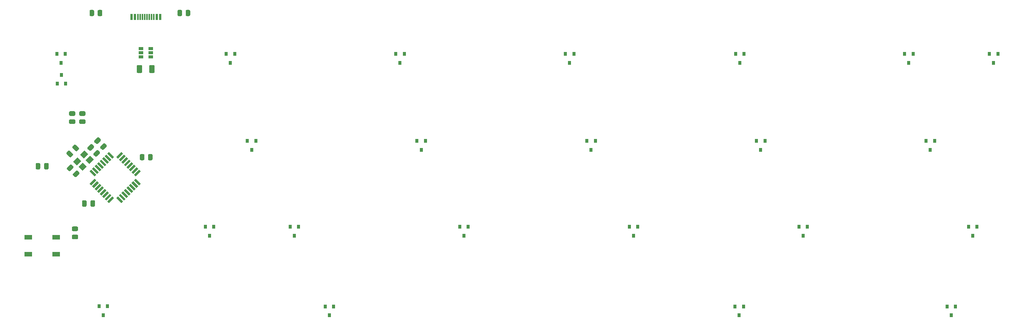
<source format=gbr>
%TF.GenerationSoftware,KiCad,Pcbnew,(5.1.10)-1*%
%TF.CreationDate,2021-09-06T15:43:40+02:00*%
%TF.ProjectId,vertex,76657274-6578-42e6-9b69-6361645f7063,rev?*%
%TF.SameCoordinates,Original*%
%TF.FileFunction,Paste,Bot*%
%TF.FilePolarity,Positive*%
%FSLAX46Y46*%
G04 Gerber Fmt 4.6, Leading zero omitted, Abs format (unit mm)*
G04 Created by KiCad (PCBNEW (5.1.10)-1) date 2021-09-06 15:43:40*
%MOMM*%
%LPD*%
G01*
G04 APERTURE LIST*
%ADD10C,0.100000*%
%ADD11R,0.600000X1.450000*%
%ADD12R,0.300000X1.450000*%
%ADD13R,1.060000X0.650000*%
%ADD14R,1.700000X1.000000*%
%ADD15R,0.800000X0.900000*%
G04 APERTURE END LIST*
%TO.C,C7*%
G36*
G01*
X52595678Y-88753927D02*
X51923927Y-89425678D01*
G75*
G02*
X51570373Y-89425678I-176777J176777D01*
G01*
X51216820Y-89072125D01*
G75*
G02*
X51216820Y-88718571I176777J176777D01*
G01*
X51888571Y-88046820D01*
G75*
G02*
X52242125Y-88046820I176777J-176777D01*
G01*
X52595678Y-88400373D01*
G75*
G02*
X52595678Y-88753927I-176777J-176777D01*
G01*
G37*
G36*
G01*
X53939180Y-90097429D02*
X53267429Y-90769180D01*
G75*
G02*
X52913875Y-90769180I-176777J176777D01*
G01*
X52560322Y-90415627D01*
G75*
G02*
X52560322Y-90062073I176777J176777D01*
G01*
X53232073Y-89390322D01*
G75*
G02*
X53585627Y-89390322I176777J-176777D01*
G01*
X53939180Y-89743875D01*
G75*
G02*
X53939180Y-90097429I-176777J-176777D01*
G01*
G37*
%TD*%
D10*
%TO.C,X1*%
G36*
X50044512Y-93992097D02*
G01*
X49195984Y-93143569D01*
X50185934Y-92153619D01*
X51034462Y-93002147D01*
X50044512Y-93992097D01*
G37*
G36*
X51600147Y-92436462D02*
G01*
X50751619Y-91587934D01*
X51741569Y-90597984D01*
X52590097Y-91446512D01*
X51600147Y-92436462D01*
G37*
G36*
X50398066Y-91234381D02*
G01*
X49549538Y-90385853D01*
X50539488Y-89395903D01*
X51388016Y-90244431D01*
X50398066Y-91234381D01*
G37*
G36*
X48842431Y-92790016D02*
G01*
X47993903Y-91941488D01*
X48983853Y-90951538D01*
X49832381Y-91800066D01*
X48842431Y-92790016D01*
G37*
%TD*%
D11*
%TO.C,USB1*%
X67562800Y-59417000D03*
X66762800Y-59417000D03*
X61862800Y-59417000D03*
X61062800Y-59417000D03*
X61062800Y-59417000D03*
X61862800Y-59417000D03*
X66762800Y-59417000D03*
X67562800Y-59417000D03*
D12*
X62562800Y-59417000D03*
X63062800Y-59417000D03*
X63562800Y-59417000D03*
X64562800Y-59417000D03*
X65062800Y-59417000D03*
X65562800Y-59417000D03*
X66062800Y-59417000D03*
X64062800Y-59417000D03*
%TD*%
D13*
%TO.C,U2*%
X65412800Y-67437000D03*
X65412800Y-68387000D03*
X65412800Y-66487000D03*
X63212800Y-66487000D03*
X63212800Y-67437000D03*
X63212800Y-68387000D03*
%TD*%
D10*
%TO.C,U1*%
G36*
X52790128Y-95769165D02*
G01*
X53179037Y-96158074D01*
X52047666Y-97289445D01*
X51658757Y-96900536D01*
X52790128Y-95769165D01*
G37*
G36*
X53355814Y-96334850D02*
G01*
X53744723Y-96723759D01*
X52613352Y-97855130D01*
X52224443Y-97466221D01*
X53355814Y-96334850D01*
G37*
G36*
X53921499Y-96900536D02*
G01*
X54310408Y-97289445D01*
X53179037Y-98420816D01*
X52790128Y-98031907D01*
X53921499Y-96900536D01*
G37*
G36*
X54487184Y-97466221D02*
G01*
X54876093Y-97855130D01*
X53744722Y-98986501D01*
X53355813Y-98597592D01*
X54487184Y-97466221D01*
G37*
G36*
X55052870Y-98031907D02*
G01*
X55441779Y-98420816D01*
X54310408Y-99552187D01*
X53921499Y-99163278D01*
X55052870Y-98031907D01*
G37*
G36*
X55618555Y-98597592D02*
G01*
X56007464Y-98986501D01*
X54876093Y-100117872D01*
X54487184Y-99728963D01*
X55618555Y-98597592D01*
G37*
G36*
X56184241Y-99163277D02*
G01*
X56573150Y-99552186D01*
X55441779Y-100683557D01*
X55052870Y-100294648D01*
X56184241Y-99163277D01*
G37*
G36*
X56749926Y-99728963D02*
G01*
X57138835Y-100117872D01*
X56007464Y-101249243D01*
X55618555Y-100860334D01*
X56749926Y-99728963D01*
G37*
G36*
X57669165Y-100117872D02*
G01*
X58058074Y-99728963D01*
X59189445Y-100860334D01*
X58800536Y-101249243D01*
X57669165Y-100117872D01*
G37*
G36*
X58234850Y-99552186D02*
G01*
X58623759Y-99163277D01*
X59755130Y-100294648D01*
X59366221Y-100683557D01*
X58234850Y-99552186D01*
G37*
G36*
X58800536Y-98986501D02*
G01*
X59189445Y-98597592D01*
X60320816Y-99728963D01*
X59931907Y-100117872D01*
X58800536Y-98986501D01*
G37*
G36*
X59366221Y-98420816D02*
G01*
X59755130Y-98031907D01*
X60886501Y-99163278D01*
X60497592Y-99552187D01*
X59366221Y-98420816D01*
G37*
G36*
X59931907Y-97855130D02*
G01*
X60320816Y-97466221D01*
X61452187Y-98597592D01*
X61063278Y-98986501D01*
X59931907Y-97855130D01*
G37*
G36*
X60497592Y-97289445D02*
G01*
X60886501Y-96900536D01*
X62017872Y-98031907D01*
X61628963Y-98420816D01*
X60497592Y-97289445D01*
G37*
G36*
X61063277Y-96723759D02*
G01*
X61452186Y-96334850D01*
X62583557Y-97466221D01*
X62194648Y-97855130D01*
X61063277Y-96723759D01*
G37*
G36*
X61628963Y-96158074D02*
G01*
X62017872Y-95769165D01*
X63149243Y-96900536D01*
X62760334Y-97289445D01*
X61628963Y-96158074D01*
G37*
G36*
X62760334Y-93718555D02*
G01*
X63149243Y-94107464D01*
X62017872Y-95238835D01*
X61628963Y-94849926D01*
X62760334Y-93718555D01*
G37*
G36*
X62194648Y-93152870D02*
G01*
X62583557Y-93541779D01*
X61452186Y-94673150D01*
X61063277Y-94284241D01*
X62194648Y-93152870D01*
G37*
G36*
X61628963Y-92587184D02*
G01*
X62017872Y-92976093D01*
X60886501Y-94107464D01*
X60497592Y-93718555D01*
X61628963Y-92587184D01*
G37*
G36*
X61063278Y-92021499D02*
G01*
X61452187Y-92410408D01*
X60320816Y-93541779D01*
X59931907Y-93152870D01*
X61063278Y-92021499D01*
G37*
G36*
X60497592Y-91455813D02*
G01*
X60886501Y-91844722D01*
X59755130Y-92976093D01*
X59366221Y-92587184D01*
X60497592Y-91455813D01*
G37*
G36*
X59931907Y-90890128D02*
G01*
X60320816Y-91279037D01*
X59189445Y-92410408D01*
X58800536Y-92021499D01*
X59931907Y-90890128D01*
G37*
G36*
X59366221Y-90324443D02*
G01*
X59755130Y-90713352D01*
X58623759Y-91844723D01*
X58234850Y-91455814D01*
X59366221Y-90324443D01*
G37*
G36*
X58800536Y-89758757D02*
G01*
X59189445Y-90147666D01*
X58058074Y-91279037D01*
X57669165Y-90890128D01*
X58800536Y-89758757D01*
G37*
G36*
X55618555Y-90147666D02*
G01*
X56007464Y-89758757D01*
X57138835Y-90890128D01*
X56749926Y-91279037D01*
X55618555Y-90147666D01*
G37*
G36*
X55052870Y-90713352D02*
G01*
X55441779Y-90324443D01*
X56573150Y-91455814D01*
X56184241Y-91844723D01*
X55052870Y-90713352D01*
G37*
G36*
X54487184Y-91279037D02*
G01*
X54876093Y-90890128D01*
X56007464Y-92021499D01*
X55618555Y-92410408D01*
X54487184Y-91279037D01*
G37*
G36*
X53921499Y-91844722D02*
G01*
X54310408Y-91455813D01*
X55441779Y-92587184D01*
X55052870Y-92976093D01*
X53921499Y-91844722D01*
G37*
G36*
X53355813Y-92410408D02*
G01*
X53744722Y-92021499D01*
X54876093Y-93152870D01*
X54487184Y-93541779D01*
X53355813Y-92410408D01*
G37*
G36*
X52790128Y-92976093D02*
G01*
X53179037Y-92587184D01*
X54310408Y-93718555D01*
X53921499Y-94107464D01*
X52790128Y-92976093D01*
G37*
G36*
X52224443Y-93541779D02*
G01*
X52613352Y-93152870D01*
X53744723Y-94284241D01*
X53355814Y-94673150D01*
X52224443Y-93541779D01*
G37*
G36*
X51658757Y-94107464D02*
G01*
X52047666Y-93718555D01*
X53179037Y-94849926D01*
X52790128Y-95238835D01*
X51658757Y-94107464D01*
G37*
%TD*%
D14*
%TO.C,RESET*%
X44171000Y-108971000D03*
X37871000Y-108971000D03*
X44171000Y-112771000D03*
X37871000Y-112771000D03*
%TD*%
%TO.C,R6*%
G36*
G01*
X48837001Y-107550000D02*
X47936999Y-107550000D01*
G75*
G02*
X47687000Y-107300001I0J249999D01*
G01*
X47687000Y-106774999D01*
G75*
G02*
X47936999Y-106525000I249999J0D01*
G01*
X48837001Y-106525000D01*
G75*
G02*
X49087000Y-106774999I0J-249999D01*
G01*
X49087000Y-107300001D01*
G75*
G02*
X48837001Y-107550000I-249999J0D01*
G01*
G37*
G36*
G01*
X48837001Y-109375000D02*
X47936999Y-109375000D01*
G75*
G02*
X47687000Y-109125001I0J249999D01*
G01*
X47687000Y-108599999D01*
G75*
G02*
X47936999Y-108350000I249999J0D01*
G01*
X48837001Y-108350000D01*
G75*
G02*
X49087000Y-108599999I0J-249999D01*
G01*
X49087000Y-109125001D01*
G75*
G02*
X48837001Y-109375000I-249999J0D01*
G01*
G37*
%TD*%
%TO.C,R5*%
G36*
G01*
X63989000Y-90481999D02*
X63989000Y-91382001D01*
G75*
G02*
X63739001Y-91632000I-249999J0D01*
G01*
X63213999Y-91632000D01*
G75*
G02*
X62964000Y-91382001I0J249999D01*
G01*
X62964000Y-90481999D01*
G75*
G02*
X63213999Y-90232000I249999J0D01*
G01*
X63739001Y-90232000D01*
G75*
G02*
X63989000Y-90481999I0J-249999D01*
G01*
G37*
G36*
G01*
X65814000Y-90481999D02*
X65814000Y-91382001D01*
G75*
G02*
X65564001Y-91632000I-249999J0D01*
G01*
X65038999Y-91632000D01*
G75*
G02*
X64789000Y-91382001I0J249999D01*
G01*
X64789000Y-90481999D01*
G75*
G02*
X65038999Y-90232000I249999J0D01*
G01*
X65564001Y-90232000D01*
G75*
G02*
X65814000Y-90481999I0J-249999D01*
G01*
G37*
%TD*%
%TO.C,R4*%
G36*
G01*
X47301999Y-82442000D02*
X48202001Y-82442000D01*
G75*
G02*
X48452000Y-82691999I0J-249999D01*
G01*
X48452000Y-83217001D01*
G75*
G02*
X48202001Y-83467000I-249999J0D01*
G01*
X47301999Y-83467000D01*
G75*
G02*
X47052000Y-83217001I0J249999D01*
G01*
X47052000Y-82691999D01*
G75*
G02*
X47301999Y-82442000I249999J0D01*
G01*
G37*
G36*
G01*
X47301999Y-80617000D02*
X48202001Y-80617000D01*
G75*
G02*
X48452000Y-80866999I0J-249999D01*
G01*
X48452000Y-81392001D01*
G75*
G02*
X48202001Y-81642000I-249999J0D01*
G01*
X47301999Y-81642000D01*
G75*
G02*
X47052000Y-81392001I0J249999D01*
G01*
X47052000Y-80866999D01*
G75*
G02*
X47301999Y-80617000I249999J0D01*
G01*
G37*
%TD*%
%TO.C,R3*%
G36*
G01*
X49587999Y-82442000D02*
X50488001Y-82442000D01*
G75*
G02*
X50738000Y-82691999I0J-249999D01*
G01*
X50738000Y-83217001D01*
G75*
G02*
X50488001Y-83467000I-249999J0D01*
G01*
X49587999Y-83467000D01*
G75*
G02*
X49338000Y-83217001I0J249999D01*
G01*
X49338000Y-82691999D01*
G75*
G02*
X49587999Y-82442000I249999J0D01*
G01*
G37*
G36*
G01*
X49587999Y-80617000D02*
X50488001Y-80617000D01*
G75*
G02*
X50738000Y-80866999I0J-249999D01*
G01*
X50738000Y-81392001D01*
G75*
G02*
X50488001Y-81642000I-249999J0D01*
G01*
X49587999Y-81642000D01*
G75*
G02*
X49338000Y-81392001I0J249999D01*
G01*
X49338000Y-80866999D01*
G75*
G02*
X49587999Y-80617000I249999J0D01*
G01*
G37*
%TD*%
%TO.C,R2*%
G36*
G01*
X72447200Y-58071599D02*
X72447200Y-58971601D01*
G75*
G02*
X72197201Y-59221600I-249999J0D01*
G01*
X71672199Y-59221600D01*
G75*
G02*
X71422200Y-58971601I0J249999D01*
G01*
X71422200Y-58071599D01*
G75*
G02*
X71672199Y-57821600I249999J0D01*
G01*
X72197201Y-57821600D01*
G75*
G02*
X72447200Y-58071599I0J-249999D01*
G01*
G37*
G36*
G01*
X74272200Y-58071599D02*
X74272200Y-58971601D01*
G75*
G02*
X74022201Y-59221600I-249999J0D01*
G01*
X73497199Y-59221600D01*
G75*
G02*
X73247200Y-58971601I0J249999D01*
G01*
X73247200Y-58071599D01*
G75*
G02*
X73497199Y-57821600I249999J0D01*
G01*
X74022201Y-57821600D01*
G75*
G02*
X74272200Y-58071599I0J-249999D01*
G01*
G37*
%TD*%
%TO.C,R1*%
G36*
G01*
X53486000Y-58971601D02*
X53486000Y-58071599D01*
G75*
G02*
X53735999Y-57821600I249999J0D01*
G01*
X54261001Y-57821600D01*
G75*
G02*
X54511000Y-58071599I0J-249999D01*
G01*
X54511000Y-58971601D01*
G75*
G02*
X54261001Y-59221600I-249999J0D01*
G01*
X53735999Y-59221600D01*
G75*
G02*
X53486000Y-58971601I0J249999D01*
G01*
G37*
G36*
G01*
X51661000Y-58971601D02*
X51661000Y-58071599D01*
G75*
G02*
X51910999Y-57821600I249999J0D01*
G01*
X52436001Y-57821600D01*
G75*
G02*
X52686000Y-58071599I0J-249999D01*
G01*
X52686000Y-58971601D01*
G75*
G02*
X52436001Y-59221600I-249999J0D01*
G01*
X51910999Y-59221600D01*
G75*
G02*
X51661000Y-58971601I0J249999D01*
G01*
G37*
%TD*%
%TO.C,F1*%
G36*
G01*
X65037000Y-71745000D02*
X65037000Y-70495000D01*
G75*
G02*
X65287000Y-70245000I250000J0D01*
G01*
X66037000Y-70245000D01*
G75*
G02*
X66287000Y-70495000I0J-250000D01*
G01*
X66287000Y-71745000D01*
G75*
G02*
X66037000Y-71995000I-250000J0D01*
G01*
X65287000Y-71995000D01*
G75*
G02*
X65037000Y-71745000I0J250000D01*
G01*
G37*
G36*
G01*
X62237000Y-71745000D02*
X62237000Y-70495000D01*
G75*
G02*
X62487000Y-70245000I250000J0D01*
G01*
X63237000Y-70245000D01*
G75*
G02*
X63487000Y-70495000I0J-250000D01*
G01*
X63487000Y-71745000D01*
G75*
G02*
X63237000Y-71995000I-250000J0D01*
G01*
X62487000Y-71995000D01*
G75*
G02*
X62237000Y-71745000I0J250000D01*
G01*
G37*
%TD*%
D15*
%TO.C,D23*%
X245237000Y-126476000D03*
X246187000Y-124476000D03*
X244287000Y-124476000D03*
%TD*%
%TO.C,D22*%
X197612000Y-126476000D03*
X198562000Y-124476000D03*
X196662000Y-124476000D03*
%TD*%
%TO.C,D21*%
X105537000Y-126476000D03*
X106487000Y-124476000D03*
X104587000Y-124476000D03*
%TD*%
%TO.C,D20*%
X54737000Y-126460000D03*
X55687000Y-124460000D03*
X53787000Y-124460000D03*
%TD*%
%TO.C,D19*%
X250063000Y-108569000D03*
X251013000Y-106569000D03*
X249113000Y-106569000D03*
%TD*%
%TO.C,D18*%
X211963000Y-108569000D03*
X212913000Y-106569000D03*
X211013000Y-106569000D03*
%TD*%
%TO.C,D17*%
X173863000Y-108569000D03*
X174813000Y-106569000D03*
X172913000Y-106569000D03*
%TD*%
%TO.C,D16*%
X135763000Y-108569000D03*
X136713000Y-106569000D03*
X134813000Y-106569000D03*
%TD*%
%TO.C,D15*%
X97663000Y-108569000D03*
X98613000Y-106569000D03*
X96713000Y-106569000D03*
%TD*%
%TO.C,D14*%
X78613000Y-108569000D03*
X79563000Y-106569000D03*
X77663000Y-106569000D03*
%TD*%
%TO.C,D13*%
X240538000Y-89265000D03*
X241488000Y-87265000D03*
X239588000Y-87265000D03*
%TD*%
%TO.C,D12*%
X202438000Y-89265000D03*
X203388000Y-87265000D03*
X201488000Y-87265000D03*
%TD*%
%TO.C,D11*%
X164338000Y-89265000D03*
X165288000Y-87265000D03*
X163388000Y-87265000D03*
%TD*%
%TO.C,D10*%
X126174500Y-89265000D03*
X127124500Y-87265000D03*
X125224500Y-87265000D03*
%TD*%
%TO.C,D9*%
X88074500Y-89265000D03*
X89024500Y-87265000D03*
X87124500Y-87265000D03*
%TD*%
%TO.C,D8*%
X45339000Y-72406000D03*
X44389000Y-74406000D03*
X46289000Y-74406000D03*
%TD*%
%TO.C,D7*%
X254762000Y-69707000D03*
X255712000Y-67707000D03*
X253812000Y-67707000D03*
%TD*%
%TO.C,D6*%
X235712000Y-69707000D03*
X236662000Y-67707000D03*
X234762000Y-67707000D03*
%TD*%
%TO.C,D5*%
X197739000Y-69707000D03*
X198689000Y-67707000D03*
X196789000Y-67707000D03*
%TD*%
%TO.C,D4*%
X159512000Y-69707000D03*
X160462000Y-67707000D03*
X158562000Y-67707000D03*
%TD*%
%TO.C,D3*%
X121412000Y-69707000D03*
X122362000Y-67707000D03*
X120462000Y-67707000D03*
%TD*%
%TO.C,D2*%
X83312000Y-69707000D03*
X84262000Y-67707000D03*
X82362000Y-67707000D03*
%TD*%
%TO.C,D1*%
X45262800Y-69707000D03*
X46212800Y-67707000D03*
X44312800Y-67707000D03*
%TD*%
%TO.C,C6*%
G36*
G01*
X48533073Y-89552678D02*
X47861322Y-88880927D01*
G75*
G02*
X47861322Y-88527373I176777J176777D01*
G01*
X48214875Y-88173820D01*
G75*
G02*
X48568429Y-88173820I176777J-176777D01*
G01*
X49240180Y-88845571D01*
G75*
G02*
X49240180Y-89199125I-176777J-176777D01*
G01*
X48886627Y-89552678D01*
G75*
G02*
X48533073Y-89552678I-176777J176777D01*
G01*
G37*
G36*
G01*
X47189571Y-90896180D02*
X46517820Y-90224429D01*
G75*
G02*
X46517820Y-89870875I176777J176777D01*
G01*
X46871373Y-89517322D01*
G75*
G02*
X47224927Y-89517322I176777J-176777D01*
G01*
X47896678Y-90189073D01*
G75*
G02*
X47896678Y-90542627I-176777J-176777D01*
G01*
X47543125Y-90896180D01*
G75*
G02*
X47189571Y-90896180I-176777J176777D01*
G01*
G37*
%TD*%
%TO.C,C5*%
G36*
G01*
X50985000Y-100871000D02*
X50985000Y-101821000D01*
G75*
G02*
X50735000Y-102071000I-250000J0D01*
G01*
X50235000Y-102071000D01*
G75*
G02*
X49985000Y-101821000I0J250000D01*
G01*
X49985000Y-100871000D01*
G75*
G02*
X50235000Y-100621000I250000J0D01*
G01*
X50735000Y-100621000D01*
G75*
G02*
X50985000Y-100871000I0J-250000D01*
G01*
G37*
G36*
G01*
X52885000Y-100871000D02*
X52885000Y-101821000D01*
G75*
G02*
X52635000Y-102071000I-250000J0D01*
G01*
X52135000Y-102071000D01*
G75*
G02*
X51885000Y-101821000I0J250000D01*
G01*
X51885000Y-100871000D01*
G75*
G02*
X52135000Y-100621000I250000J0D01*
G01*
X52635000Y-100621000D01*
G75*
G02*
X52885000Y-100871000I0J-250000D01*
G01*
G37*
%TD*%
%TO.C,C3*%
G36*
G01*
X54119678Y-87229927D02*
X53447927Y-87901678D01*
G75*
G02*
X53094373Y-87901678I-176777J176777D01*
G01*
X52740820Y-87548125D01*
G75*
G02*
X52740820Y-87194571I176777J176777D01*
G01*
X53412571Y-86522820D01*
G75*
G02*
X53766125Y-86522820I176777J-176777D01*
G01*
X54119678Y-86876373D01*
G75*
G02*
X54119678Y-87229927I-176777J-176777D01*
G01*
G37*
G36*
G01*
X55463180Y-88573429D02*
X54791429Y-89245180D01*
G75*
G02*
X54437875Y-89245180I-176777J176777D01*
G01*
X54084322Y-88891627D01*
G75*
G02*
X54084322Y-88538073I176777J176777D01*
G01*
X54756073Y-87866322D01*
G75*
G02*
X55109627Y-87866322I176777J-176777D01*
G01*
X55463180Y-88219875D01*
G75*
G02*
X55463180Y-88573429I-176777J-176777D01*
G01*
G37*
%TD*%
%TO.C,C2*%
G36*
G01*
X47986927Y-93352676D02*
X47315176Y-94024427D01*
G75*
G02*
X46961622Y-94024427I-176777J176777D01*
G01*
X46608069Y-93670874D01*
G75*
G02*
X46608069Y-93317320I176777J176777D01*
G01*
X47279820Y-92645569D01*
G75*
G02*
X47633374Y-92645569I176777J-176777D01*
G01*
X47986927Y-92999122D01*
G75*
G02*
X47986927Y-93352676I-176777J-176777D01*
G01*
G37*
G36*
G01*
X49330429Y-94696178D02*
X48658678Y-95367929D01*
G75*
G02*
X48305124Y-95367929I-176777J176777D01*
G01*
X47951571Y-95014376D01*
G75*
G02*
X47951571Y-94660822I176777J176777D01*
G01*
X48623322Y-93989071D01*
G75*
G02*
X48976876Y-93989071I176777J-176777D01*
G01*
X49330429Y-94342624D01*
G75*
G02*
X49330429Y-94696178I-176777J-176777D01*
G01*
G37*
%TD*%
%TO.C,C1*%
G36*
G01*
X40571000Y-92489000D02*
X40571000Y-93439000D01*
G75*
G02*
X40321000Y-93689000I-250000J0D01*
G01*
X39821000Y-93689000D01*
G75*
G02*
X39571000Y-93439000I0J250000D01*
G01*
X39571000Y-92489000D01*
G75*
G02*
X39821000Y-92239000I250000J0D01*
G01*
X40321000Y-92239000D01*
G75*
G02*
X40571000Y-92489000I0J-250000D01*
G01*
G37*
G36*
G01*
X42471000Y-92489000D02*
X42471000Y-93439000D01*
G75*
G02*
X42221000Y-93689000I-250000J0D01*
G01*
X41721000Y-93689000D01*
G75*
G02*
X41471000Y-93439000I0J250000D01*
G01*
X41471000Y-92489000D01*
G75*
G02*
X41721000Y-92239000I250000J0D01*
G01*
X42221000Y-92239000D01*
G75*
G02*
X42471000Y-92489000I0J-250000D01*
G01*
G37*
%TD*%
M02*

</source>
